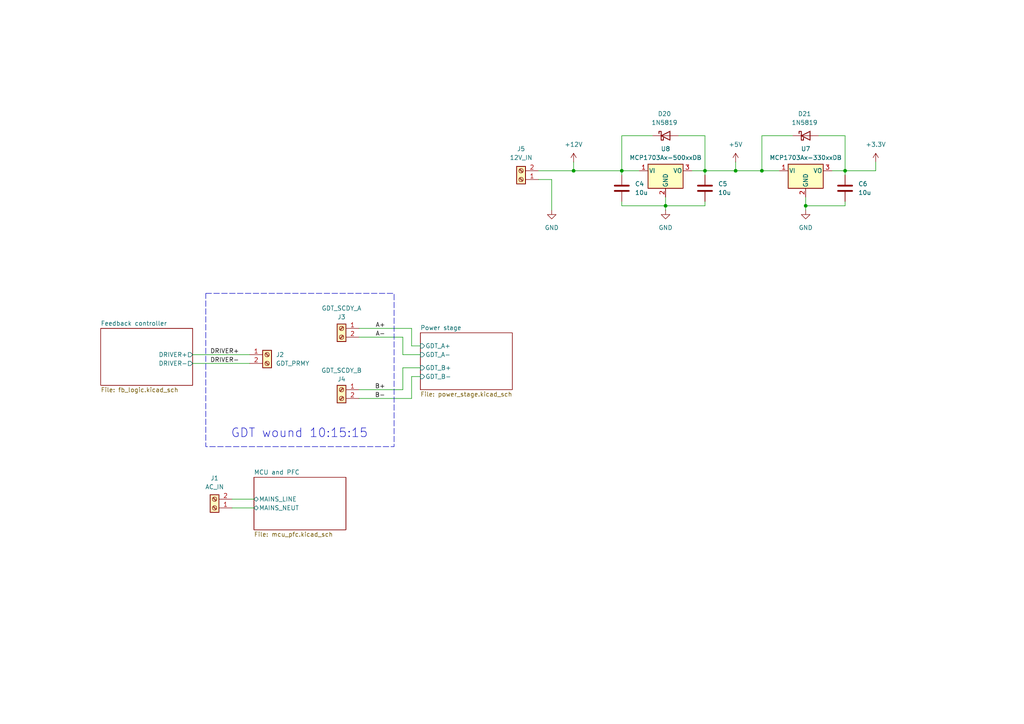
<source format=kicad_sch>
(kicad_sch (version 20250114) (generator "eeschema") (generator_version "9.0")
  (paper "A4")
  (lib_symbols
    (symbol "Connector:Screw_Terminal_01x02" (pin_names (offset 1.016) (hide yes))
      (property "Reference" "J" (at 0 2.54 0))
      (property "Value" "Screw_Terminal_01x02" (at 0 -5.08 0))
      (symbol "Screw_Terminal_01x02_1_1"
        (rectangle (start -1.27 1.27) (end 1.27 -3.81) (stroke (width 0.254)) (fill (type background)))
        (polyline (pts (xy -0.5334 0.3302) (xy 0.3302 -0.508)) (stroke (width 0.1524)))
        (polyline (pts (xy -0.5334 -2.2098) (xy 0.3302 -3.048)) (stroke (width 0.1524)))
        (polyline (pts (xy -0.3556 0.508) (xy 0.508 -0.3302)) (stroke (width 0.1524)))
        (polyline (pts (xy -0.3556 -2.032) (xy 0.508 -2.8702)) (stroke (width 0.1524)))
        (circle (center 0 0) (radius 0.635) (stroke (width 0.1524)))
        (circle (center 0 -2.54) (radius 0.635) (stroke (width 0.1524)))
        (pin passive line (at -5.08 0 0) (length 3.81) (name "Pin_1") (number "1"))
        (pin passive line (at -5.08 -2.54 0) (length 3.81) (name "Pin_2") (number "2"))
      )
    )
    (symbol "Device:C" (pin_numbers (hide yes)) (pin_names (offset 0.254))
      (property "Reference" "C" (at 0.635 2.54 0))
      (property "Value" "C" (at 0.635 -2.54 0))
      (symbol "C_0_1"
        (polyline (pts (xy -2.032 0.762) (xy 2.032 0.762)) (stroke (width 0.508)))
        (polyline (pts (xy -2.032 -0.762) (xy 2.032 -0.762)) (stroke (width 0.508)))
      )
      (symbol "C_1_1"
        (pin passive line (at 0 3.81 270) (length 2.794) (name "~") (number "1"))
        (pin passive line (at 0 -3.81 90) (length 2.794) (name "~") (number "2"))
      )
    )
    (symbol "Device:D_Schottky" (pin_numbers (hide yes)) (pin_names (offset 1.016) (hide yes))
      (property "Reference" "D" (at 0 2.54 0))
      (property "Value" "D_Schottky" (at 0 -2.54 0))
      (symbol "D_Schottky_0_1"
        (polyline (pts (xy -1.905 0.635) (xy -1.905 1.27) (xy -1.27 1.27) (xy -1.27 -1.27) (xy -0.635 -1.27) (xy -0.635 -0.635)) (stroke (width 0.254)))
        (polyline (pts (xy 1.27 1.27) (xy 1.27 -1.27) (xy -1.27 0) (xy 1.27 1.27)) (stroke (width 0.254)))
        (polyline (pts (xy 1.27 0) (xy -1.27 0)))
      )
      (symbol "D_Schottky_1_1"
        (pin passive line (at -3.81 0 0) (length 2.54) (name "K") (number "1"))
        (pin passive line (at 3.81 0 180) (length 2.54) (name "A") (number "2"))
      )
    )
    (symbol "Regulator_Linear:MCP1703Ax-330xxDB" (pin_names (offset 0.254))
      (property "Reference" "U" (at -3.81 3.175 0))
      (property "Value" "MCP1703Ax-330xxDB" (at 0 3.175 0))
      (symbol "MCP1703Ax-330xxDB_0_1"
        (rectangle (start -5.08 -5.08) (end 5.08 1.905) (stroke (width 0.254)) (fill (type background)))
      )
      (symbol "MCP1703Ax-330xxDB_1_1"
        (pin power_in line (at -7.62 0 0) (length 2.54) (name "VI") (number "1"))
        (pin power_in line (at 0 -7.62 90) (length 2.54) (name "GND") (number "2"))
        (pin power_out line (at 7.62 0 180) (length 2.54) (name "VO") (number "3"))
      )
    )
    (symbol "Regulator_Linear:MCP1703Ax-500xxDB" (pin_names (offset 0.254))
      (property "Reference" "U" (at -3.81 3.175 0))
      (property "Value" "MCP1703Ax-500xxDB" (at 0 3.175 0))
      (symbol "MCP1703Ax-500xxDB_0_1"
        (rectangle (start -5.08 -5.08) (end 5.08 1.905) (stroke (width 0.254)) (fill (type background)))
      )
      (symbol "MCP1703Ax-500xxDB_1_1"
        (pin power_in line (at -7.62 0 0) (length 2.54) (name "VI") (number "1"))
        (pin power_in line (at 0 -7.62 90) (length 2.54) (name "GND") (number "2"))
        (pin power_out line (at 7.62 0 180) (length 2.54) (name "VO") (number "3"))
      )
    )
    (symbol "power:+12V" (power) (pin_numbers (hide yes)) (pin_names (offset 0) (hide yes))
      (property "Value" "+12V" (at 0 3.556 0))
      (symbol "+12V_0_1"
        (polyline (pts (xy -0.762 1.27) (xy 0 2.54)))
        (polyline (pts (xy 0 2.54) (xy 0.762 1.27)))
        (polyline (pts (xy 0 0) (xy 0 2.54)))
      )
      (symbol "+12V_1_1"
        (pin power_in line (at 0 0 90) (length 0) (name "~") (number "1"))
      )
    )
    (symbol "power:+3.3V" (power) (pin_numbers (hide yes)) (pin_names (offset 0) (hide yes))
      (property "Value" "+3.3V" (at 0 3.556 0))
      (symbol "+3.3V_0_1"
        (polyline (pts (xy -0.762 1.27) (xy 0 2.54)))
        (polyline (pts (xy 0 2.54) (xy 0.762 1.27)))
        (polyline (pts (xy 0 0) (xy 0 2.54)))
      )
      (symbol "+3.3V_1_1"
        (pin power_in line (at 0 0 90) (length 0) (name "~") (number "1"))
      )
    )
    (symbol "power:+5V" (power) (pin_numbers (hide yes)) (pin_names (offset 0) (hide yes))
      (property "Value" "+5V" (at 0 3.556 0))
      (symbol "+5V_0_1"
        (polyline (pts (xy -0.762 1.27) (xy 0 2.54)))
        (polyline (pts (xy 0 2.54) (xy 0.762 1.27)))
        (polyline (pts (xy 0 0) (xy 0 2.54)))
      )
      (symbol "+5V_1_1"
        (pin power_in line (at 0 0 90) (length 0) (name "~") (number "1"))
      )
    )
    (symbol "power:GND" (power) (pin_numbers (hide yes)) (pin_names (offset 0) (hide yes))
      (property "Value" "GND" (at 0 -3.81 0))
      (symbol "GND_0_1"
        (polyline (pts (xy 0 0) (xy 0 -1.27) (xy 1.27 -1.27) (xy 0 -2.54) (xy -1.27 -1.27) (xy 0 -1.27)))
      )
      (symbol "GND_1_1"
        (pin power_in line (at 0 0 270) (length 0) (name "~") (number "1"))
      )
    )
  )
  (rectangle (start 59.69 85.09) (end 114.3 129.54) (stroke (width 0) (type dash)))
  (text "GDT wound 10:15:15" (at 86.868 125.73 0) (effects (font (size 2.54 2.54))))
  (junction (at 233.68 59.69))
  (junction (at 220.98 49.53))
  (junction (at 193.04 59.69))
  (junction (at 204.47 49.53))
  (junction (at 245.11 49.53))
  (junction (at 166.37 49.53))
  (junction (at 213.36 49.53))
  (junction (at 180.34 49.53))
  (wire (pts (xy 196.85 39.37) (xy 204.47 39.37)))
  (wire (pts (xy 245.11 39.37) (xy 245.11 49.53)))
  (wire (pts (xy 193.04 59.69) (xy 204.47 59.69)))
  (wire (pts (xy 233.68 57.15) (xy 233.68 59.69)))
  (wire (pts (xy 104.14 97.79) (xy 116.84 97.79)))
  (wire (pts (xy 213.36 49.53) (xy 220.98 49.53)))
  (wire (pts (xy 166.37 46.99) (xy 166.37 49.53)))
  (wire (pts (xy 245.11 59.69) (xy 233.68 59.69)))
  (wire (pts (xy 204.47 39.37) (xy 204.47 49.53)))
  (wire (pts (xy 104.14 113.03) (xy 116.84 113.03)))
  (wire (pts (xy 204.47 58.42) (xy 204.47 59.69)))
  (wire (pts (xy 200.66 49.53) (xy 204.47 49.53)))
  (wire (pts (xy 213.36 46.99) (xy 213.36 49.53)))
  (wire (pts (xy 119.38 100.33) (xy 121.92 100.33)))
  (wire (pts (xy 180.34 59.69) (xy 193.04 59.69)))
  (wire (pts (xy 245.11 49.53) (xy 254 49.53)))
  (wire (pts (xy 104.14 115.57) (xy 119.38 115.57)))
  (wire (pts (xy 237.49 39.37) (xy 245.11 39.37)))
  (wire (pts (xy 67.31 144.78) (xy 73.66 144.78)))
  (wire (pts (xy 67.31 147.32) (xy 73.66 147.32)))
  (wire (pts (xy 220.98 49.53) (xy 226.06 49.53)))
  (wire (pts (xy 116.84 106.68) (xy 116.84 113.03)))
  (wire (pts (xy 119.38 109.22) (xy 119.38 115.57)))
  (wire (pts (xy 241.3 49.53) (xy 245.11 49.53)))
  (wire (pts (xy 55.88 105.41) (xy 72.39 105.41)))
  (wire (pts (xy 220.98 39.37) (xy 220.98 49.53)))
  (wire (pts (xy 189.23 39.37) (xy 180.34 39.37)))
  (wire (pts (xy 204.47 49.53) (xy 213.36 49.53)))
  (wire (pts (xy 166.37 49.53) (xy 180.34 49.53)))
  (wire (pts (xy 193.04 57.15) (xy 193.04 59.69)))
  (wire (pts (xy 245.11 49.53) (xy 245.11 50.8)))
  (wire (pts (xy 245.11 58.42) (xy 245.11 59.69)))
  (wire (pts (xy 119.38 95.25) (xy 119.38 100.33)))
  (wire (pts (xy 104.14 95.25) (xy 119.38 95.25)))
  (wire (pts (xy 233.68 59.69) (xy 233.68 60.96)))
  (wire (pts (xy 55.88 102.87) (xy 72.39 102.87)))
  (wire (pts (xy 180.34 49.53) (xy 180.34 50.8)))
  (wire (pts (xy 193.04 60.96) (xy 193.04 59.69)))
  (wire (pts (xy 121.92 109.22) (xy 119.38 109.22)))
  (wire (pts (xy 156.21 49.53) (xy 166.37 49.53)))
  (wire (pts (xy 180.34 49.53) (xy 185.42 49.53)))
  (wire (pts (xy 160.02 52.07) (xy 156.21 52.07)))
  (wire (pts (xy 121.92 102.87) (xy 116.84 102.87)))
  (wire (pts (xy 180.34 58.42) (xy 180.34 59.69)))
  (wire (pts (xy 254 46.99) (xy 254 49.53)))
  (wire (pts (xy 204.47 49.53) (xy 204.47 50.8)))
  (wire (pts (xy 160.02 52.07) (xy 160.02 60.96)))
  (wire (pts (xy 116.84 102.87) (xy 116.84 97.79)))
  (wire (pts (xy 116.84 106.68) (xy 121.92 106.68)))
  (wire (pts (xy 229.87 39.37) (xy 220.98 39.37)))
  (wire (pts (xy 180.34 39.37) (xy 180.34 49.53)))
  (label "B+" (at 111.76 113.03 180))
  (label "B-" (at 111.76 115.57 180))
  (label "A-" (at 111.76 97.79 180))
  (label "A+" (at 111.76 95.25 180))
  (label "DRIVER-" (at 60.96 105.41 0))
  (label "DRIVER+" (at 60.96 102.87 0))
  (symbol (lib_id "Regulator_Linear:MCP1703Ax-330xxDB") (at 233.68 49.53 0) (unit 1)
    (property "Reference" "U7" (at 233.68 43.18 0))
    (property "Value" "MCP1703Ax-330xxDB" (at 233.68 45.72 0))
    (property "Footprint" "Package_TO_SOT_SMD:SOT-223-3_TabPin2" (effects (hide yes)))
    (property "Datasheet" "http://ww1.microchip.com/downloads/en/DeviceDoc/20005122B.pdf" (effects (hide yes)))
    (property "Description" "Low Quiescent Current LDO Regulator, 3.3V, 250mA, Vin<=16V, SOT-223" (effects (hide yes)))
  )
  (symbol (lib_id "power:+12V") (at 166.37 46.99 0) (unit 1)
    (property "Reference" "#PWR09" (effects (hide yes)))
    (property "Value" "+12V" (at 166.37 41.91 0))
    (property "Description" "Power symbol creates a global label with name \"+12V\"" (effects (hide yes)))
  )
  (symbol (lib_id "Connector:Screw_Terminal_01x02") (at 99.06 95.25 0) (mirror y) (unit 1)
    (property "Reference" "J3" (at 99.06 91.948 0))
    (property "Value" "GDT_SCDY_A" (at 99.06 89.408 0))
    (property "Footprint" "TerminalBlock_Phoenix:TerminalBlock_Phoenix_MKDS-1,5-2_1x02_P5.00mm_Horizontal" (effects (hide yes)))
    (property "Description" "Generic screw terminal, single row, 01x02, script generated (kicad-library-utils/schlib/autogen/connector/)" (effects (hide yes)))
  )
  (symbol (lib_id "power:+3.3V") (at 254 46.99 0) (unit 1)
    (property "Reference" "#PWR014" (effects (hide yes)))
    (property "Value" "+3.3V" (at 254 41.91 0))
    (property "Description" "Power symbol creates a global label with name \"+3.3V\"" (effects (hide yes)))
  )
  (symbol (lib_id "power:GND") (at 193.04 60.96 0) (unit 1)
    (property "Reference" "#PWR011" (effects (hide yes)))
    (property "Value" "GND" (at 193.04 66.04 0))
    (property "Description" "Power symbol creates a global label with name \"GND\" , ground" (effects (hide yes)))
  )
  (symbol (lib_id "Device:C") (at 180.34 54.61 0) (unit 1)
    (property "Reference" "C4" (at 184.15 53.3399 0) (effects (justify left)))
    (property "Value" "10u" (at 184.15 55.8799 0) (effects (justify left)))
    (property "Footprint" "Capacitor_SMD:C_0805_2012Metric" (effects (hide yes)))
    (property "Description" "Unpolarized capacitor" (effects (hide yes)))
  )
  (symbol (lib_id "Device:D_Schottky") (at 233.68 39.37 0) (unit 1)
    (property "Reference" "D21" (at 233.3625 33.02 0))
    (property "Value" "1N5819" (at 233.3625 35.56 0))
    (property "Footprint" "Diode_THT:D_DO-41_SOD81_P2.54mm_Vertical_AnodeUp" (effects (hide yes)))
    (property "Description" "Schottky diode" (effects (hide yes)))
  )
  (symbol (lib_id "Device:D_Schottky") (at 193.04 39.37 0) (unit 1)
    (property "Reference" "D20" (at 192.7225 33.02 0))
    (property "Value" "1N5819" (at 192.7225 35.56 0))
    (property "Footprint" "Diode_THT:D_DO-41_SOD81_P2.54mm_Vertical_AnodeUp" (effects (hide yes)))
    (property "Description" "Schottky diode" (effects (hide yes)))
  )
  (symbol (lib_id "power:+5V") (at 213.36 46.99 0) (unit 1)
    (property "Reference" "#PWR013" (effects (hide yes)))
    (property "Value" "+5V" (at 213.36 41.91 0))
    (property "Description" "Power symbol creates a global label with name \"+5V\"" (effects (hide yes)))
  )
  (symbol (lib_id "Device:C") (at 245.11 54.61 0) (unit 1)
    (property "Reference" "C6" (at 248.92 53.3399 0) (effects (justify left)))
    (property "Value" "10u" (at 248.92 55.8799 0) (effects (justify left)))
    (property "Footprint" "Capacitor_SMD:C_0805_2012Metric" (effects (hide yes)))
    (property "Description" "Unpolarized capacitor" (effects (hide yes)))
  )
  (symbol (lib_id "Connector:Screw_Terminal_01x02") (at 151.13 52.07 180) (unit 1)
    (property "Reference" "J5" (at 151.13 43.18 0))
    (property "Value" "12V_IN" (at 151.13 45.72 0))
    (property "Footprint" "TerminalBlock_Phoenix:TerminalBlock_Phoenix_MKDS-1,5-2_1x02_P5.00mm_Horizontal" (effects (hide yes)))
    (property "Description" "Generic screw terminal, single row, 01x02, script generated (kicad-library-utils/schlib/autogen/connector/)" (effects (hide yes)))
  )
  (symbol (lib_id "power:GND") (at 233.68 60.96 0) (unit 1)
    (property "Reference" "#PWR012" (effects (hide yes)))
    (property "Value" "GND" (at 233.68 66.04 0))
    (property "Description" "Power symbol creates a global label with name \"GND\" , ground" (effects (hide yes)))
  )
  (symbol (lib_id "Connector:Screw_Terminal_01x02") (at 77.47 102.87 0) (unit 1)
    (property "Reference" "J2" (at 80.01 102.8699 0) (effects (justify left)))
    (property "Value" "GDT_PRMY" (at 80.01 105.4099 0) (effects (justify left)))
    (property "Footprint" "TerminalBlock_Phoenix:TerminalBlock_Phoenix_MKDS-1,5-2_1x02_P5.00mm_Horizontal" (effects (hide yes)))
    (property "Description" "Generic screw terminal, single row, 01x02, script generated (kicad-library-utils/schlib/autogen/connector/)" (effects (hide yes)))
  )
  (symbol (lib_id "Connector:Screw_Terminal_01x02") (at 99.06 113.03 0) (mirror y) (unit 1)
    (property "Reference" "J4" (at 99.06 109.982 0))
    (property "Value" "GDT_SCDY_B" (at 99.06 107.442 0))
    (property "Footprint" "TerminalBlock_Phoenix:TerminalBlock_Phoenix_MKDS-1,5-2_1x02_P5.00mm_Horizontal" (effects (hide yes)))
    (property "Description" "Generic screw terminal, single row, 01x02, script generated (kicad-library-utils/schlib/autogen/connector/)" (effects (hide yes)))
  )
  (symbol (lib_id "Regulator_Linear:MCP1703Ax-500xxDB") (at 193.04 49.53 0) (unit 1)
    (property "Reference" "U8" (at 193.04 43.18 0))
    (property "Value" "MCP1703Ax-500xxDB" (at 193.04 45.72 0))
    (property "Footprint" "Package_TO_SOT_SMD:SOT-223-3_TabPin2" (effects (hide yes)))
    (property "Datasheet" "http://ww1.microchip.com/downloads/en/DeviceDoc/20005122B.pdf" (effects (hide yes)))
    (property "Description" "Low Quiescent Current LDO Regulator, 5.0V, 250mA, Vin<=16V, SOT-223" (effects (hide yes)))
  )
  (symbol (lib_id "Device:C") (at 204.47 54.61 0) (unit 1)
    (property "Reference" "C5" (at 208.28 53.3399 0) (effects (justify left)))
    (property "Value" "10u" (at 208.28 55.8799 0) (effects (justify left)))
    (property "Footprint" "Capacitor_SMD:C_0805_2012Metric" (effects (hide yes)))
    (property "Description" "Unpolarized capacitor" (effects (hide yes)))
  )
  (symbol (lib_id "power:GND") (at 160.02 60.96 0) (unit 1)
    (property "Reference" "#PWR010" (effects (hide yes)))
    (property "Value" "GND" (at 160.02 66.04 0))
    (property "Description" "Power symbol creates a global label with name \"GND\" , ground" (effects (hide yes)))
  )
  (symbol (lib_id "Connector:Screw_Terminal_01x02") (at 62.23 147.32 180) (unit 1)
    (property "Reference" "J1" (at 62.23 138.684 0))
    (property "Value" "AC_IN" (at 62.23 141.224 0))
    (property "Footprint" "TerminalBlock_Phoenix:TerminalBlock_Phoenix_MKDS-1,5-2_1x02_P5.00mm_Horizontal" (effects (hide yes)))
    (property "Description" "Generic screw terminal, single row, 01x02, script generated (kicad-library-utils/schlib/autogen/connector/)" (effects (hide yes)))
  )
  (sheet (at 73.66 138.43) (size 26.67 15.24) (stroke (width 0.1524))
    (property "Sheetname" "MCU and PFC" (at 73.66 137.7184 0) (effects (justify left bottom)))
    (property "Sheetfile" "mcu_pfc.kicad_sch" (at 73.66 154.2546 0) (effects (justify left top)))
    (pin "MAINS_LINE" bidirectional (at 73.66 144.78 180))
    (pin "MAINS_NEUT" bidirectional (at 73.66 147.32 180))
  )
  (sheet (at 121.92 96.52) (size 26.67 16.51) (stroke (width 0.1524))
    (property "Sheetname" "Power stage" (at 121.92 95.8084 0) (effects (justify left bottom)))
    (property "Sheetfile" "power_stage.kicad_sch" (at 121.92 113.6146 0) (effects (justify left top)))
    (pin "GDT_A+" input (at 121.92 100.33 180))
    (pin "GDT_A-" input (at 121.92 102.87 180))
    (pin "GDT_B+" input (at 121.92 106.68 180))
    (pin "GDT_B-" input (at 121.92 109.22 180))
  )
  (sheet (at 29.21 95.25) (size 26.67 16.51) (stroke (width 0.1524))
    (property "Sheetname" "Feedback controller" (at 29.21 94.5384 0) (effects (justify left bottom)))
    (property "Sheetfile" "fb_logic.kicad_sch" (at 29.21 112.3446 0) (effects (justify left top)))
    (pin "DRIVER+" output (at 55.88 102.87 0))
    (pin "DRIVER-" output (at 55.88 105.41 0))
  )
)
</source>
